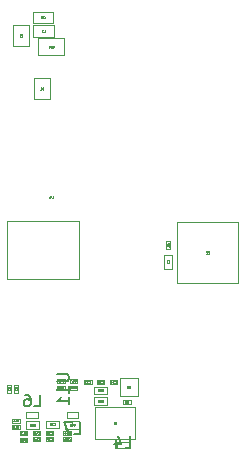
<source format=gbr>
G04 #@! TF.GenerationSoftware,KiCad,Pcbnew,(5.1.5)-3*
G04 #@! TF.CreationDate,2020-06-16T11:55:27-07:00*
G04 #@! TF.ProjectId,Miniscope-v4-Rigid-Flex,4d696e69-7363-46f7-9065-2d76342d5269,rev?*
G04 #@! TF.SameCoordinates,Original*
G04 #@! TF.FileFunction,Other,Fab,Bot*
%FSLAX46Y46*%
G04 Gerber Fmt 4.6, Leading zero omitted, Abs format (unit mm)*
G04 Created by KiCad (PCBNEW (5.1.5)-3) date 2020-06-16 11:55:27*
%MOMM*%
%LPD*%
G04 APERTURE LIST*
%ADD10C,0.120000*%
%ADD11C,0.100000*%
%ADD12C,0.025400*%
%ADD13C,0.150000*%
G04 APERTURE END LIST*
D10*
X101767800Y-128239200D02*
X101127800Y-128239200D01*
X101767800Y-128579200D02*
X101767800Y-128239200D01*
X101127800Y-128579200D02*
X101767800Y-128579200D01*
X101127800Y-128239200D02*
X101127800Y-128579200D01*
X102428200Y-128747200D02*
X101788200Y-128747200D01*
X102428200Y-129087200D02*
X102428200Y-128747200D01*
X101788200Y-129087200D02*
X102428200Y-129087200D01*
X101788200Y-128747200D02*
X101788200Y-129087200D01*
X101127800Y-128020400D02*
X101767800Y-128020400D01*
X101127800Y-127680400D02*
X101127800Y-128020400D01*
X101767800Y-127680400D02*
X101127800Y-127680400D01*
X101767800Y-128020400D02*
X101767800Y-127680400D01*
X111161800Y-126139000D02*
X110521800Y-126139000D01*
X111161800Y-126479000D02*
X111161800Y-126139000D01*
X110521800Y-126479000D02*
X111161800Y-126479000D01*
X110521800Y-126139000D02*
X110521800Y-126479000D01*
X107223800Y-124743800D02*
X107863800Y-124743800D01*
X107223800Y-124403800D02*
X107223800Y-124743800D01*
X107863800Y-124403800D02*
X107223800Y-124403800D01*
X107863800Y-124743800D02*
X107863800Y-124403800D01*
X108155200Y-129411600D02*
X111555200Y-129411600D01*
X108155200Y-126711600D02*
X108155200Y-129411600D01*
X111555200Y-126711600D02*
X108155200Y-126711600D01*
X111555200Y-129411600D02*
X111555200Y-126711600D01*
D11*
X106748400Y-127117800D02*
X105748400Y-127117800D01*
X106748400Y-127617800D02*
X106748400Y-127117800D01*
X105748400Y-127617800D02*
X106748400Y-127617800D01*
X105748400Y-127117800D02*
X105748400Y-127617800D01*
X102319400Y-127617800D02*
X103319400Y-127617800D01*
X102319400Y-127117800D02*
X102319400Y-127617800D01*
X103319400Y-127117800D02*
X102319400Y-127117800D01*
X103319400Y-127617800D02*
X103319400Y-127117800D01*
D10*
X110243600Y-125785600D02*
X111803600Y-125785600D01*
X110243600Y-124225600D02*
X110243600Y-125785600D01*
X111803600Y-124225600D02*
X110243600Y-124225600D01*
X111803600Y-125785600D02*
X111803600Y-124225600D01*
X106004600Y-125226400D02*
X106644600Y-125226400D01*
X106004600Y-124886400D02*
X106004600Y-125226400D01*
X106644600Y-124886400D02*
X106004600Y-124886400D01*
X106644600Y-125226400D02*
X106644600Y-124886400D01*
X106111200Y-129280600D02*
X105471200Y-129280600D01*
X106111200Y-129620600D02*
X106111200Y-129280600D01*
X105471200Y-129620600D02*
X106111200Y-129620600D01*
X105471200Y-129280600D02*
X105471200Y-129620600D01*
X105577800Y-124302200D02*
X104937800Y-124302200D01*
X105577800Y-124642200D02*
X105577800Y-124302200D01*
X104937800Y-124642200D02*
X105577800Y-124642200D01*
X104937800Y-124302200D02*
X104937800Y-124642200D01*
D11*
X111015600Y-129640400D02*
X110015600Y-129640400D01*
X111015600Y-130140400D02*
X111015600Y-129640400D01*
X110015600Y-130140400D02*
X111015600Y-130140400D01*
X110015600Y-129640400D02*
X110015600Y-130140400D01*
D10*
X105577800Y-124886400D02*
X104937800Y-124886400D01*
X105577800Y-125226400D02*
X105577800Y-124886400D01*
X104937800Y-125226400D02*
X105577800Y-125226400D01*
X104937800Y-124886400D02*
X104937800Y-125226400D01*
X106004600Y-124642200D02*
X106644600Y-124642200D01*
X106004600Y-124302200D02*
X106004600Y-124642200D01*
X106644600Y-124302200D02*
X106004600Y-124302200D01*
X106644600Y-124642200D02*
X106644600Y-124302200D01*
X101664600Y-124846000D02*
X101324600Y-124846000D01*
X101324600Y-124846000D02*
X101324600Y-125486000D01*
X101324600Y-125486000D02*
X101664600Y-125486000D01*
X101664600Y-125486000D02*
X101664600Y-124846000D01*
X101080400Y-124846000D02*
X100740400Y-124846000D01*
X100740400Y-124846000D02*
X100740400Y-125486000D01*
X100740400Y-125486000D02*
X101080400Y-125486000D01*
X101080400Y-125486000D02*
X101080400Y-124846000D01*
X114542400Y-113310000D02*
X114542400Y-112670000D01*
X114202400Y-113310000D02*
X114542400Y-113310000D01*
X114202400Y-112670000D02*
X114202400Y-113310000D01*
X114542400Y-112670000D02*
X114202400Y-112670000D01*
X114687400Y-114995200D02*
X114687400Y-113835200D01*
X114027400Y-114995200D02*
X114687400Y-114995200D01*
X114027400Y-113835200D02*
X114027400Y-114995200D01*
X114687400Y-113835200D02*
X114027400Y-113835200D01*
X100664400Y-110960800D02*
X100664400Y-115900800D01*
X100664400Y-115900800D02*
X106804400Y-115900800D01*
X106804400Y-115900800D02*
X106804400Y-110960800D01*
X106804400Y-110960800D02*
X100664400Y-110960800D01*
X115104800Y-116207800D02*
X120264800Y-116207800D01*
X120264800Y-116207800D02*
X120264800Y-111047800D01*
X120264800Y-111047800D02*
X115104800Y-111047800D01*
X115104800Y-111047800D02*
X115104800Y-116207800D01*
X102290200Y-128536000D02*
X103450200Y-128536000D01*
X102290200Y-127876000D02*
X102290200Y-128536000D01*
X103450200Y-127876000D02*
X102290200Y-127876000D01*
X103450200Y-128536000D02*
X103450200Y-127876000D01*
X104612600Y-128721800D02*
X103972600Y-128721800D01*
X104612600Y-129061800D02*
X104612600Y-128721800D01*
X103972600Y-129061800D02*
X104612600Y-129061800D01*
X103972600Y-128721800D02*
X103972600Y-129061800D01*
X104612600Y-129280600D02*
X103972600Y-129280600D01*
X104612600Y-129620600D02*
X104612600Y-129280600D01*
X103972600Y-129620600D02*
X104612600Y-129620600D01*
X103972600Y-129280600D02*
X103972600Y-129620600D01*
X102880400Y-129087200D02*
X103520400Y-129087200D01*
X102880400Y-128747200D02*
X102880400Y-129087200D01*
X103520400Y-128747200D02*
X102880400Y-128747200D01*
X103520400Y-129087200D02*
X103520400Y-128747200D01*
X102880400Y-129620600D02*
X103520400Y-129620600D01*
X102880400Y-129280600D02*
X102880400Y-129620600D01*
X103520400Y-129280600D02*
X102880400Y-129280600D01*
X103520400Y-129620600D02*
X103520400Y-129280600D01*
X108030600Y-126504000D02*
X109190600Y-126504000D01*
X108030600Y-125844000D02*
X108030600Y-126504000D01*
X109190600Y-125844000D02*
X108030600Y-125844000D01*
X109190600Y-126504000D02*
X109190600Y-125844000D01*
X108030600Y-125640400D02*
X109190600Y-125640400D01*
X108030600Y-124980400D02*
X108030600Y-125640400D01*
X109190600Y-124980400D02*
X108030600Y-124980400D01*
X109190600Y-125640400D02*
X109190600Y-124980400D01*
X106803000Y-127876000D02*
X105643000Y-127876000D01*
X106803000Y-128536000D02*
X106803000Y-127876000D01*
X105643000Y-128536000D02*
X106803000Y-128536000D01*
X105643000Y-127876000D02*
X105643000Y-128536000D01*
X108316000Y-124743800D02*
X108956000Y-124743800D01*
X108316000Y-124403800D02*
X108316000Y-124743800D01*
X108956000Y-124403800D02*
X108316000Y-124403800D01*
X108956000Y-124743800D02*
X108956000Y-124403800D01*
X105126600Y-127850600D02*
X103966600Y-127850600D01*
X105126600Y-128510600D02*
X105126600Y-127850600D01*
X103966600Y-128510600D02*
X105126600Y-128510600D01*
X103966600Y-127850600D02*
X103966600Y-128510600D01*
X106111200Y-128747200D02*
X105471200Y-128747200D01*
X106111200Y-129087200D02*
X106111200Y-128747200D01*
X105471200Y-129087200D02*
X106111200Y-129087200D01*
X105471200Y-128747200D02*
X105471200Y-129087200D01*
X109382800Y-124743800D02*
X110022800Y-124743800D01*
X109382800Y-124403800D02*
X109382800Y-124743800D01*
X110022800Y-124403800D02*
X109382800Y-124403800D01*
X110022800Y-124743800D02*
X110022800Y-124403800D01*
X101788200Y-129646000D02*
X102428200Y-129646000D01*
X101788200Y-129306000D02*
X101788200Y-129646000D01*
X102428200Y-129306000D02*
X101788200Y-129306000D01*
X102428200Y-129646000D02*
X102428200Y-129306000D01*
X105528200Y-95500600D02*
X103368200Y-95500600D01*
X105528200Y-96900600D02*
X105528200Y-95500600D01*
X103368200Y-96900600D02*
X105528200Y-96900600D01*
X103368200Y-95500600D02*
X103368200Y-96900600D01*
X102880600Y-95354400D02*
X104680600Y-95354400D01*
X102880600Y-94354400D02*
X102880600Y-95354400D01*
X104680600Y-94354400D02*
X102880600Y-94354400D01*
X104680600Y-95354400D02*
X104680600Y-94354400D01*
X104635200Y-93231400D02*
X102875200Y-93231400D01*
X104635200Y-94191400D02*
X104635200Y-93231400D01*
X102875200Y-94191400D02*
X104635200Y-94191400D01*
X102875200Y-93231400D02*
X102875200Y-94191400D01*
X102581000Y-96160800D02*
X102581000Y-94360800D01*
X101221000Y-96160800D02*
X102581000Y-96160800D01*
X101221000Y-94360800D02*
X101221000Y-96160800D01*
X102581000Y-94360800D02*
X101221000Y-94360800D01*
X104340000Y-98860000D02*
X102960000Y-98860000D01*
X104340000Y-100640000D02*
X104340000Y-98860000D01*
X102960000Y-100640000D02*
X104340000Y-100640000D01*
X102960000Y-98860000D02*
X102960000Y-100640000D01*
D12*
X101562100Y-128489633D02*
X101621366Y-128404966D01*
X101663700Y-128489633D02*
X101663700Y-128311833D01*
X101595966Y-128311833D01*
X101579033Y-128320300D01*
X101570566Y-128328766D01*
X101562100Y-128345700D01*
X101562100Y-128371100D01*
X101570566Y-128388033D01*
X101579033Y-128396500D01*
X101595966Y-128404966D01*
X101663700Y-128404966D01*
X101392766Y-128489633D02*
X101494366Y-128489633D01*
X101443566Y-128489633D02*
X101443566Y-128311833D01*
X101460500Y-128337233D01*
X101477433Y-128354166D01*
X101494366Y-128362633D01*
X101282700Y-128311833D02*
X101265766Y-128311833D01*
X101248833Y-128320300D01*
X101240366Y-128328766D01*
X101231900Y-128345700D01*
X101223433Y-128379566D01*
X101223433Y-128421900D01*
X101231900Y-128455766D01*
X101240366Y-128472700D01*
X101248833Y-128481166D01*
X101265766Y-128489633D01*
X101282700Y-128489633D01*
X101299633Y-128481166D01*
X101308100Y-128472700D01*
X101316566Y-128455766D01*
X101325033Y-128421900D01*
X101325033Y-128379566D01*
X101316566Y-128345700D01*
X101308100Y-128328766D01*
X101299633Y-128320300D01*
X101282700Y-128311833D01*
X102222500Y-128997633D02*
X102281766Y-128912966D01*
X102324100Y-128997633D02*
X102324100Y-128819833D01*
X102256366Y-128819833D01*
X102239433Y-128828300D01*
X102230966Y-128836766D01*
X102222500Y-128853700D01*
X102222500Y-128879100D01*
X102230966Y-128896033D01*
X102239433Y-128904500D01*
X102256366Y-128912966D01*
X102324100Y-128912966D01*
X102053166Y-128997633D02*
X102154766Y-128997633D01*
X102103966Y-128997633D02*
X102103966Y-128819833D01*
X102120900Y-128845233D01*
X102137833Y-128862166D01*
X102154766Y-128870633D01*
X101985433Y-128836766D02*
X101976966Y-128828300D01*
X101960033Y-128819833D01*
X101917700Y-128819833D01*
X101900766Y-128828300D01*
X101892300Y-128836766D01*
X101883833Y-128853700D01*
X101883833Y-128870633D01*
X101892300Y-128896033D01*
X101993900Y-128997633D01*
X101883833Y-128997633D01*
X101562100Y-127930833D02*
X101621366Y-127846166D01*
X101663700Y-127930833D02*
X101663700Y-127753033D01*
X101595966Y-127753033D01*
X101579033Y-127761500D01*
X101570566Y-127769966D01*
X101562100Y-127786900D01*
X101562100Y-127812300D01*
X101570566Y-127829233D01*
X101579033Y-127837700D01*
X101595966Y-127846166D01*
X101663700Y-127846166D01*
X101392766Y-127930833D02*
X101494366Y-127930833D01*
X101443566Y-127930833D02*
X101443566Y-127753033D01*
X101460500Y-127778433D01*
X101477433Y-127795366D01*
X101494366Y-127803833D01*
X101223433Y-127930833D02*
X101325033Y-127930833D01*
X101274233Y-127930833D02*
X101274233Y-127753033D01*
X101291166Y-127778433D01*
X101308100Y-127795366D01*
X101325033Y-127803833D01*
X110871433Y-126389433D02*
X110930700Y-126304766D01*
X110973033Y-126389433D02*
X110973033Y-126211633D01*
X110905300Y-126211633D01*
X110888366Y-126220100D01*
X110879900Y-126228566D01*
X110871433Y-126245500D01*
X110871433Y-126270900D01*
X110879900Y-126287833D01*
X110888366Y-126296300D01*
X110905300Y-126304766D01*
X110973033Y-126304766D01*
X110769833Y-126287833D02*
X110786766Y-126279366D01*
X110795233Y-126270900D01*
X110803700Y-126253966D01*
X110803700Y-126245500D01*
X110795233Y-126228566D01*
X110786766Y-126220100D01*
X110769833Y-126211633D01*
X110735966Y-126211633D01*
X110719033Y-126220100D01*
X110710566Y-126228566D01*
X110702100Y-126245500D01*
X110702100Y-126253966D01*
X110710566Y-126270900D01*
X110719033Y-126279366D01*
X110735966Y-126287833D01*
X110769833Y-126287833D01*
X110786766Y-126296300D01*
X110795233Y-126304766D01*
X110803700Y-126321700D01*
X110803700Y-126355566D01*
X110795233Y-126372500D01*
X110786766Y-126380966D01*
X110769833Y-126389433D01*
X110735966Y-126389433D01*
X110719033Y-126380966D01*
X110710566Y-126372500D01*
X110702100Y-126355566D01*
X110702100Y-126321700D01*
X110710566Y-126304766D01*
X110719033Y-126296300D01*
X110735966Y-126287833D01*
X107658100Y-124637300D02*
X107666566Y-124645766D01*
X107691966Y-124654233D01*
X107708900Y-124654233D01*
X107734300Y-124645766D01*
X107751233Y-124628833D01*
X107759700Y-124611900D01*
X107768166Y-124578033D01*
X107768166Y-124552633D01*
X107759700Y-124518766D01*
X107751233Y-124501833D01*
X107734300Y-124484900D01*
X107708900Y-124476433D01*
X107691966Y-124476433D01*
X107666566Y-124484900D01*
X107658100Y-124493366D01*
X107598833Y-124476433D02*
X107488766Y-124476433D01*
X107548033Y-124544166D01*
X107522633Y-124544166D01*
X107505700Y-124552633D01*
X107497233Y-124561100D01*
X107488766Y-124578033D01*
X107488766Y-124620366D01*
X107497233Y-124637300D01*
X107505700Y-124645766D01*
X107522633Y-124654233D01*
X107573433Y-124654233D01*
X107590366Y-124645766D01*
X107598833Y-124637300D01*
X107429500Y-124476433D02*
X107319433Y-124476433D01*
X107378700Y-124544166D01*
X107353300Y-124544166D01*
X107336366Y-124552633D01*
X107327900Y-124561100D01*
X107319433Y-124578033D01*
X107319433Y-124620366D01*
X107327900Y-124637300D01*
X107336366Y-124645766D01*
X107353300Y-124654233D01*
X107404100Y-124654233D01*
X107421033Y-124645766D01*
X107429500Y-124637300D01*
X109884833Y-128142033D02*
X109969500Y-128142033D01*
X109969500Y-127964233D01*
X109740900Y-127964233D02*
X109825566Y-127964233D01*
X109834033Y-128048900D01*
X109825566Y-128040433D01*
X109808633Y-128031966D01*
X109766300Y-128031966D01*
X109749366Y-128040433D01*
X109740900Y-128048900D01*
X109732433Y-128065833D01*
X109732433Y-128108166D01*
X109740900Y-128125100D01*
X109749366Y-128133566D01*
X109766300Y-128142033D01*
X109808633Y-128142033D01*
X109825566Y-128133566D01*
X109834033Y-128125100D01*
D13*
X106415066Y-128990180D02*
X106891257Y-128990180D01*
X106891257Y-127990180D01*
X106176971Y-127990180D02*
X105510304Y-127990180D01*
X105938876Y-128990180D01*
X102986066Y-126650180D02*
X103462257Y-126650180D01*
X103462257Y-125650180D01*
X102224161Y-125650180D02*
X102414638Y-125650180D01*
X102509876Y-125697800D01*
X102557495Y-125745419D01*
X102652733Y-125888276D01*
X102700352Y-126078752D01*
X102700352Y-126459704D01*
X102652733Y-126554942D01*
X102605114Y-126602561D01*
X102509876Y-126650180D01*
X102319400Y-126650180D01*
X102224161Y-126602561D01*
X102176542Y-126554942D01*
X102128923Y-126459704D01*
X102128923Y-126221609D01*
X102176542Y-126126371D01*
X102224161Y-126078752D01*
X102319400Y-126031133D01*
X102509876Y-126031133D01*
X102605114Y-126078752D01*
X102652733Y-126126371D01*
X102700352Y-126221609D01*
D12*
X111159066Y-124908233D02*
X111159066Y-125052166D01*
X111150600Y-125069100D01*
X111142133Y-125077566D01*
X111125200Y-125086033D01*
X111091333Y-125086033D01*
X111074400Y-125077566D01*
X111065933Y-125069100D01*
X111057466Y-125052166D01*
X111057466Y-124908233D01*
X110947400Y-124984433D02*
X110964333Y-124975966D01*
X110972800Y-124967500D01*
X110981266Y-124950566D01*
X110981266Y-124942100D01*
X110972800Y-124925166D01*
X110964333Y-124916700D01*
X110947400Y-124908233D01*
X110913533Y-124908233D01*
X110896600Y-124916700D01*
X110888133Y-124925166D01*
X110879666Y-124942100D01*
X110879666Y-124950566D01*
X110888133Y-124967500D01*
X110896600Y-124975966D01*
X110913533Y-124984433D01*
X110947400Y-124984433D01*
X110964333Y-124992900D01*
X110972800Y-125001366D01*
X110981266Y-125018300D01*
X110981266Y-125052166D01*
X110972800Y-125069100D01*
X110964333Y-125077566D01*
X110947400Y-125086033D01*
X110913533Y-125086033D01*
X110896600Y-125077566D01*
X110888133Y-125069100D01*
X110879666Y-125052166D01*
X110879666Y-125018300D01*
X110888133Y-125001366D01*
X110896600Y-124992900D01*
X110913533Y-124984433D01*
X106438900Y-125119900D02*
X106447366Y-125128366D01*
X106472766Y-125136833D01*
X106489700Y-125136833D01*
X106515100Y-125128366D01*
X106532033Y-125111433D01*
X106540500Y-125094500D01*
X106548966Y-125060633D01*
X106548966Y-125035233D01*
X106540500Y-125001366D01*
X106532033Y-124984433D01*
X106515100Y-124967500D01*
X106489700Y-124959033D01*
X106472766Y-124959033D01*
X106447366Y-124967500D01*
X106438900Y-124975966D01*
X106286500Y-125018300D02*
X106286500Y-125136833D01*
X106328833Y-124950566D02*
X106371166Y-125077566D01*
X106261100Y-125077566D01*
X106117166Y-124959033D02*
X106151033Y-124959033D01*
X106167966Y-124967500D01*
X106176433Y-124975966D01*
X106193366Y-125001366D01*
X106201833Y-125035233D01*
X106201833Y-125102966D01*
X106193366Y-125119900D01*
X106184900Y-125128366D01*
X106167966Y-125136833D01*
X106134100Y-125136833D01*
X106117166Y-125128366D01*
X106108700Y-125119900D01*
X106100233Y-125102966D01*
X106100233Y-125060633D01*
X106108700Y-125043700D01*
X106117166Y-125035233D01*
X106134100Y-125026766D01*
X106167966Y-125026766D01*
X106184900Y-125035233D01*
X106193366Y-125043700D01*
X106201833Y-125060633D01*
X105905500Y-129514100D02*
X105913966Y-129522566D01*
X105939366Y-129531033D01*
X105956300Y-129531033D01*
X105981700Y-129522566D01*
X105998633Y-129505633D01*
X106007100Y-129488700D01*
X106015566Y-129454833D01*
X106015566Y-129429433D01*
X106007100Y-129395566D01*
X105998633Y-129378633D01*
X105981700Y-129361700D01*
X105956300Y-129353233D01*
X105939366Y-129353233D01*
X105913966Y-129361700D01*
X105905500Y-129370166D01*
X105753100Y-129412500D02*
X105753100Y-129531033D01*
X105795433Y-129344766D02*
X105837766Y-129471766D01*
X105727700Y-129471766D01*
X105575300Y-129353233D02*
X105659966Y-129353233D01*
X105668433Y-129437900D01*
X105659966Y-129429433D01*
X105643033Y-129420966D01*
X105600700Y-129420966D01*
X105583766Y-129429433D01*
X105575300Y-129437900D01*
X105566833Y-129454833D01*
X105566833Y-129497166D01*
X105575300Y-129514100D01*
X105583766Y-129522566D01*
X105600700Y-129531033D01*
X105643033Y-129531033D01*
X105659966Y-129522566D01*
X105668433Y-129514100D01*
X105372100Y-124535700D02*
X105380566Y-124544166D01*
X105405966Y-124552633D01*
X105422900Y-124552633D01*
X105448300Y-124544166D01*
X105465233Y-124527233D01*
X105473700Y-124510300D01*
X105482166Y-124476433D01*
X105482166Y-124451033D01*
X105473700Y-124417166D01*
X105465233Y-124400233D01*
X105448300Y-124383300D01*
X105422900Y-124374833D01*
X105405966Y-124374833D01*
X105380566Y-124383300D01*
X105372100Y-124391766D01*
X105219700Y-124434100D02*
X105219700Y-124552633D01*
X105262033Y-124366366D02*
X105304366Y-124493366D01*
X105194300Y-124493366D01*
X105101166Y-124451033D02*
X105118100Y-124442566D01*
X105126566Y-124434100D01*
X105135033Y-124417166D01*
X105135033Y-124408700D01*
X105126566Y-124391766D01*
X105118100Y-124383300D01*
X105101166Y-124374833D01*
X105067300Y-124374833D01*
X105050366Y-124383300D01*
X105041900Y-124391766D01*
X105033433Y-124408700D01*
X105033433Y-124417166D01*
X105041900Y-124434100D01*
X105050366Y-124442566D01*
X105067300Y-124451033D01*
X105101166Y-124451033D01*
X105118100Y-124459500D01*
X105126566Y-124467966D01*
X105135033Y-124484900D01*
X105135033Y-124518766D01*
X105126566Y-124535700D01*
X105118100Y-124544166D01*
X105101166Y-124552633D01*
X105067300Y-124552633D01*
X105050366Y-124544166D01*
X105041900Y-124535700D01*
X105033433Y-124518766D01*
X105033433Y-124484900D01*
X105041900Y-124467966D01*
X105050366Y-124459500D01*
X105067300Y-124451033D01*
D13*
X110652866Y-130190380D02*
X111129057Y-130190380D01*
X111129057Y-129190380D01*
X109890961Y-129523714D02*
X109890961Y-130190380D01*
X110129057Y-129142761D02*
X110367152Y-129857047D01*
X109748104Y-129857047D01*
D12*
X105372100Y-125119900D02*
X105380566Y-125128366D01*
X105405966Y-125136833D01*
X105422900Y-125136833D01*
X105448300Y-125128366D01*
X105465233Y-125111433D01*
X105473700Y-125094500D01*
X105482166Y-125060633D01*
X105482166Y-125035233D01*
X105473700Y-125001366D01*
X105465233Y-124984433D01*
X105448300Y-124967500D01*
X105422900Y-124959033D01*
X105405966Y-124959033D01*
X105380566Y-124967500D01*
X105372100Y-124975966D01*
X105219700Y-125018300D02*
X105219700Y-125136833D01*
X105262033Y-124950566D02*
X105304366Y-125077566D01*
X105194300Y-125077566D01*
X105118100Y-125136833D02*
X105084233Y-125136833D01*
X105067300Y-125128366D01*
X105058833Y-125119900D01*
X105041900Y-125094500D01*
X105033433Y-125060633D01*
X105033433Y-124992900D01*
X105041900Y-124975966D01*
X105050366Y-124967500D01*
X105067300Y-124959033D01*
X105101166Y-124959033D01*
X105118100Y-124967500D01*
X105126566Y-124975966D01*
X105135033Y-124992900D01*
X105135033Y-125035233D01*
X105126566Y-125052166D01*
X105118100Y-125060633D01*
X105101166Y-125069100D01*
X105067300Y-125069100D01*
X105050366Y-125060633D01*
X105041900Y-125052166D01*
X105033433Y-125035233D01*
X106438900Y-124535700D02*
X106447366Y-124544166D01*
X106472766Y-124552633D01*
X106489700Y-124552633D01*
X106515100Y-124544166D01*
X106532033Y-124527233D01*
X106540500Y-124510300D01*
X106548966Y-124476433D01*
X106548966Y-124451033D01*
X106540500Y-124417166D01*
X106532033Y-124400233D01*
X106515100Y-124383300D01*
X106489700Y-124374833D01*
X106472766Y-124374833D01*
X106447366Y-124383300D01*
X106438900Y-124391766D01*
X106286500Y-124434100D02*
X106286500Y-124552633D01*
X106328833Y-124366366D02*
X106371166Y-124493366D01*
X106261100Y-124493366D01*
X106210300Y-124374833D02*
X106091766Y-124374833D01*
X106167966Y-124552633D01*
X101575033Y-125136366D02*
X101490366Y-125077100D01*
X101575033Y-125034766D02*
X101397233Y-125034766D01*
X101397233Y-125102500D01*
X101405700Y-125119433D01*
X101414166Y-125127900D01*
X101431100Y-125136366D01*
X101456500Y-125136366D01*
X101473433Y-125127900D01*
X101481900Y-125119433D01*
X101490366Y-125102500D01*
X101490366Y-125034766D01*
X101397233Y-125195633D02*
X101397233Y-125305700D01*
X101464966Y-125246433D01*
X101464966Y-125271833D01*
X101473433Y-125288766D01*
X101481900Y-125297233D01*
X101498833Y-125305700D01*
X101541166Y-125305700D01*
X101558100Y-125297233D01*
X101566566Y-125288766D01*
X101575033Y-125271833D01*
X101575033Y-125221033D01*
X101566566Y-125204100D01*
X101558100Y-125195633D01*
D13*
X104953180Y-123942904D02*
X105762704Y-123942904D01*
X105857942Y-123990523D01*
X105905561Y-124038142D01*
X105953180Y-124133380D01*
X105953180Y-124323857D01*
X105905561Y-124419095D01*
X105857942Y-124466714D01*
X105762704Y-124514333D01*
X104953180Y-124514333D01*
X105953180Y-125514333D02*
X105953180Y-124942904D01*
X105953180Y-125228619D02*
X104953180Y-125228619D01*
X105096038Y-125133380D01*
X105191276Y-125038142D01*
X105238895Y-124942904D01*
X105953180Y-126466714D02*
X105953180Y-125895285D01*
X105953180Y-126181000D02*
X104953180Y-126181000D01*
X105096038Y-126085761D01*
X105191276Y-125990523D01*
X105238895Y-125895285D01*
D12*
X100990833Y-125136366D02*
X100906166Y-125077100D01*
X100990833Y-125034766D02*
X100813033Y-125034766D01*
X100813033Y-125102500D01*
X100821500Y-125119433D01*
X100829966Y-125127900D01*
X100846900Y-125136366D01*
X100872300Y-125136366D01*
X100889233Y-125127900D01*
X100897700Y-125119433D01*
X100906166Y-125102500D01*
X100906166Y-125034766D01*
X100829966Y-125204100D02*
X100821500Y-125212566D01*
X100813033Y-125229500D01*
X100813033Y-125271833D01*
X100821500Y-125288766D01*
X100829966Y-125297233D01*
X100846900Y-125305700D01*
X100863833Y-125305700D01*
X100889233Y-125297233D01*
X100990833Y-125195633D01*
X100990833Y-125305700D01*
X114435900Y-112960366D02*
X114444366Y-112951900D01*
X114452833Y-112926500D01*
X114452833Y-112909566D01*
X114444366Y-112884166D01*
X114427433Y-112867233D01*
X114410500Y-112858766D01*
X114376633Y-112850300D01*
X114351233Y-112850300D01*
X114317366Y-112858766D01*
X114300433Y-112867233D01*
X114283500Y-112884166D01*
X114275033Y-112909566D01*
X114275033Y-112926500D01*
X114283500Y-112951900D01*
X114291966Y-112960366D01*
X114452833Y-113129700D02*
X114452833Y-113028100D01*
X114452833Y-113078900D02*
X114275033Y-113078900D01*
X114300433Y-113061966D01*
X114317366Y-113045033D01*
X114325833Y-113028100D01*
X114420900Y-114385566D02*
X114429366Y-114377100D01*
X114437833Y-114351700D01*
X114437833Y-114334766D01*
X114429366Y-114309366D01*
X114412433Y-114292433D01*
X114395500Y-114283966D01*
X114361633Y-114275500D01*
X114336233Y-114275500D01*
X114302366Y-114283966D01*
X114285433Y-114292433D01*
X114268500Y-114309366D01*
X114260033Y-114334766D01*
X114260033Y-114351700D01*
X114268500Y-114377100D01*
X114276966Y-114385566D01*
X114276966Y-114453300D02*
X114268500Y-114461766D01*
X114260033Y-114478700D01*
X114260033Y-114521033D01*
X114268500Y-114537966D01*
X114276966Y-114546433D01*
X114293900Y-114554900D01*
X114310833Y-114554900D01*
X114336233Y-114546433D01*
X114437833Y-114444833D01*
X114437833Y-114554900D01*
X104569866Y-108808433D02*
X104569866Y-108952366D01*
X104561400Y-108969300D01*
X104552933Y-108977766D01*
X104536000Y-108986233D01*
X104502133Y-108986233D01*
X104485200Y-108977766D01*
X104476733Y-108969300D01*
X104468266Y-108952366D01*
X104468266Y-108808433D01*
X104307400Y-108808433D02*
X104341266Y-108808433D01*
X104358200Y-108816900D01*
X104366666Y-108825366D01*
X104383600Y-108850766D01*
X104392066Y-108884633D01*
X104392066Y-108952366D01*
X104383600Y-108969300D01*
X104375133Y-108977766D01*
X104358200Y-108986233D01*
X104324333Y-108986233D01*
X104307400Y-108977766D01*
X104298933Y-108969300D01*
X104290466Y-108952366D01*
X104290466Y-108910033D01*
X104298933Y-108893100D01*
X104307400Y-108884633D01*
X104324333Y-108876166D01*
X104358200Y-108876166D01*
X104375133Y-108884633D01*
X104383600Y-108893100D01*
X104392066Y-108910033D01*
X117587433Y-113492333D02*
X117731366Y-113492333D01*
X117748300Y-113500800D01*
X117756766Y-113509266D01*
X117765233Y-113526200D01*
X117765233Y-113560066D01*
X117756766Y-113577000D01*
X117748300Y-113585466D01*
X117731366Y-113593933D01*
X117587433Y-113593933D01*
X117765233Y-113771733D02*
X117765233Y-113670133D01*
X117765233Y-113720933D02*
X117587433Y-113720933D01*
X117612833Y-113704000D01*
X117629766Y-113687066D01*
X117638233Y-113670133D01*
X102984500Y-128269500D02*
X102992966Y-128277966D01*
X103018366Y-128286433D01*
X103035300Y-128286433D01*
X103060700Y-128277966D01*
X103077633Y-128261033D01*
X103086100Y-128244100D01*
X103094566Y-128210233D01*
X103094566Y-128184833D01*
X103086100Y-128150966D01*
X103077633Y-128134033D01*
X103060700Y-128117100D01*
X103035300Y-128108633D01*
X103018366Y-128108633D01*
X102992966Y-128117100D01*
X102984500Y-128125566D01*
X102925233Y-128108633D02*
X102815166Y-128108633D01*
X102874433Y-128176366D01*
X102849033Y-128176366D01*
X102832100Y-128184833D01*
X102823633Y-128193300D01*
X102815166Y-128210233D01*
X102815166Y-128252566D01*
X102823633Y-128269500D01*
X102832100Y-128277966D01*
X102849033Y-128286433D01*
X102899833Y-128286433D01*
X102916766Y-128277966D01*
X102925233Y-128269500D01*
X102730500Y-128286433D02*
X102696633Y-128286433D01*
X102679700Y-128277966D01*
X102671233Y-128269500D01*
X102654300Y-128244100D01*
X102645833Y-128210233D01*
X102645833Y-128142500D01*
X102654300Y-128125566D01*
X102662766Y-128117100D01*
X102679700Y-128108633D01*
X102713566Y-128108633D01*
X102730500Y-128117100D01*
X102738966Y-128125566D01*
X102747433Y-128142500D01*
X102747433Y-128184833D01*
X102738966Y-128201766D01*
X102730500Y-128210233D01*
X102713566Y-128218700D01*
X102679700Y-128218700D01*
X102662766Y-128210233D01*
X102654300Y-128201766D01*
X102645833Y-128184833D01*
X104406900Y-128955300D02*
X104415366Y-128963766D01*
X104440766Y-128972233D01*
X104457700Y-128972233D01*
X104483100Y-128963766D01*
X104500033Y-128946833D01*
X104508500Y-128929900D01*
X104516966Y-128896033D01*
X104516966Y-128870633D01*
X104508500Y-128836766D01*
X104500033Y-128819833D01*
X104483100Y-128802900D01*
X104457700Y-128794433D01*
X104440766Y-128794433D01*
X104415366Y-128802900D01*
X104406900Y-128811366D01*
X104347633Y-128794433D02*
X104237566Y-128794433D01*
X104296833Y-128862166D01*
X104271433Y-128862166D01*
X104254500Y-128870633D01*
X104246033Y-128879100D01*
X104237566Y-128896033D01*
X104237566Y-128938366D01*
X104246033Y-128955300D01*
X104254500Y-128963766D01*
X104271433Y-128972233D01*
X104322233Y-128972233D01*
X104339166Y-128963766D01*
X104347633Y-128955300D01*
X104135966Y-128870633D02*
X104152900Y-128862166D01*
X104161366Y-128853700D01*
X104169833Y-128836766D01*
X104169833Y-128828300D01*
X104161366Y-128811366D01*
X104152900Y-128802900D01*
X104135966Y-128794433D01*
X104102100Y-128794433D01*
X104085166Y-128802900D01*
X104076700Y-128811366D01*
X104068233Y-128828300D01*
X104068233Y-128836766D01*
X104076700Y-128853700D01*
X104085166Y-128862166D01*
X104102100Y-128870633D01*
X104135966Y-128870633D01*
X104152900Y-128879100D01*
X104161366Y-128887566D01*
X104169833Y-128904500D01*
X104169833Y-128938366D01*
X104161366Y-128955300D01*
X104152900Y-128963766D01*
X104135966Y-128972233D01*
X104102100Y-128972233D01*
X104085166Y-128963766D01*
X104076700Y-128955300D01*
X104068233Y-128938366D01*
X104068233Y-128904500D01*
X104076700Y-128887566D01*
X104085166Y-128879100D01*
X104102100Y-128870633D01*
X104406900Y-129514100D02*
X104415366Y-129522566D01*
X104440766Y-129531033D01*
X104457700Y-129531033D01*
X104483100Y-129522566D01*
X104500033Y-129505633D01*
X104508500Y-129488700D01*
X104516966Y-129454833D01*
X104516966Y-129429433D01*
X104508500Y-129395566D01*
X104500033Y-129378633D01*
X104483100Y-129361700D01*
X104457700Y-129353233D01*
X104440766Y-129353233D01*
X104415366Y-129361700D01*
X104406900Y-129370166D01*
X104347633Y-129353233D02*
X104237566Y-129353233D01*
X104296833Y-129420966D01*
X104271433Y-129420966D01*
X104254500Y-129429433D01*
X104246033Y-129437900D01*
X104237566Y-129454833D01*
X104237566Y-129497166D01*
X104246033Y-129514100D01*
X104254500Y-129522566D01*
X104271433Y-129531033D01*
X104322233Y-129531033D01*
X104339166Y-129522566D01*
X104347633Y-129514100D01*
X104178300Y-129353233D02*
X104059766Y-129353233D01*
X104135966Y-129531033D01*
X103314700Y-128980700D02*
X103323166Y-128989166D01*
X103348566Y-128997633D01*
X103365500Y-128997633D01*
X103390900Y-128989166D01*
X103407833Y-128972233D01*
X103416300Y-128955300D01*
X103424766Y-128921433D01*
X103424766Y-128896033D01*
X103416300Y-128862166D01*
X103407833Y-128845233D01*
X103390900Y-128828300D01*
X103365500Y-128819833D01*
X103348566Y-128819833D01*
X103323166Y-128828300D01*
X103314700Y-128836766D01*
X103162300Y-128879100D02*
X103162300Y-128997633D01*
X103204633Y-128811366D02*
X103246966Y-128938366D01*
X103136900Y-128938366D01*
X103035300Y-128819833D02*
X103018366Y-128819833D01*
X103001433Y-128828300D01*
X102992966Y-128836766D01*
X102984500Y-128853700D01*
X102976033Y-128887566D01*
X102976033Y-128929900D01*
X102984500Y-128963766D01*
X102992966Y-128980700D01*
X103001433Y-128989166D01*
X103018366Y-128997633D01*
X103035300Y-128997633D01*
X103052233Y-128989166D01*
X103060700Y-128980700D01*
X103069166Y-128963766D01*
X103077633Y-128929900D01*
X103077633Y-128887566D01*
X103069166Y-128853700D01*
X103060700Y-128836766D01*
X103052233Y-128828300D01*
X103035300Y-128819833D01*
X103314700Y-129514100D02*
X103323166Y-129522566D01*
X103348566Y-129531033D01*
X103365500Y-129531033D01*
X103390900Y-129522566D01*
X103407833Y-129505633D01*
X103416300Y-129488700D01*
X103424766Y-129454833D01*
X103424766Y-129429433D01*
X103416300Y-129395566D01*
X103407833Y-129378633D01*
X103390900Y-129361700D01*
X103365500Y-129353233D01*
X103348566Y-129353233D01*
X103323166Y-129361700D01*
X103314700Y-129370166D01*
X103162300Y-129412500D02*
X103162300Y-129531033D01*
X103204633Y-129344766D02*
X103246966Y-129471766D01*
X103136900Y-129471766D01*
X102976033Y-129531033D02*
X103077633Y-129531033D01*
X103026833Y-129531033D02*
X103026833Y-129353233D01*
X103043766Y-129378633D01*
X103060700Y-129395566D01*
X103077633Y-129404033D01*
X108724900Y-126237500D02*
X108733366Y-126245966D01*
X108758766Y-126254433D01*
X108775700Y-126254433D01*
X108801100Y-126245966D01*
X108818033Y-126229033D01*
X108826500Y-126212100D01*
X108834966Y-126178233D01*
X108834966Y-126152833D01*
X108826500Y-126118966D01*
X108818033Y-126102033D01*
X108801100Y-126085100D01*
X108775700Y-126076633D01*
X108758766Y-126076633D01*
X108733366Y-126085100D01*
X108724900Y-126093566D01*
X108665633Y-126076633D02*
X108555566Y-126076633D01*
X108614833Y-126144366D01*
X108589433Y-126144366D01*
X108572500Y-126152833D01*
X108564033Y-126161300D01*
X108555566Y-126178233D01*
X108555566Y-126220566D01*
X108564033Y-126237500D01*
X108572500Y-126245966D01*
X108589433Y-126254433D01*
X108640233Y-126254433D01*
X108657166Y-126245966D01*
X108665633Y-126237500D01*
X108445500Y-126076633D02*
X108428566Y-126076633D01*
X108411633Y-126085100D01*
X108403166Y-126093566D01*
X108394700Y-126110500D01*
X108386233Y-126144366D01*
X108386233Y-126186700D01*
X108394700Y-126220566D01*
X108403166Y-126237500D01*
X108411633Y-126245966D01*
X108428566Y-126254433D01*
X108445500Y-126254433D01*
X108462433Y-126245966D01*
X108470900Y-126237500D01*
X108479366Y-126220566D01*
X108487833Y-126186700D01*
X108487833Y-126144366D01*
X108479366Y-126110500D01*
X108470900Y-126093566D01*
X108462433Y-126085100D01*
X108445500Y-126076633D01*
X108724900Y-125373900D02*
X108733366Y-125382366D01*
X108758766Y-125390833D01*
X108775700Y-125390833D01*
X108801100Y-125382366D01*
X108818033Y-125365433D01*
X108826500Y-125348500D01*
X108834966Y-125314633D01*
X108834966Y-125289233D01*
X108826500Y-125255366D01*
X108818033Y-125238433D01*
X108801100Y-125221500D01*
X108775700Y-125213033D01*
X108758766Y-125213033D01*
X108733366Y-125221500D01*
X108724900Y-125229966D01*
X108657166Y-125229966D02*
X108648700Y-125221500D01*
X108631766Y-125213033D01*
X108589433Y-125213033D01*
X108572500Y-125221500D01*
X108564033Y-125229966D01*
X108555566Y-125246900D01*
X108555566Y-125263833D01*
X108564033Y-125289233D01*
X108665633Y-125390833D01*
X108555566Y-125390833D01*
X108470900Y-125390833D02*
X108437033Y-125390833D01*
X108420100Y-125382366D01*
X108411633Y-125373900D01*
X108394700Y-125348500D01*
X108386233Y-125314633D01*
X108386233Y-125246900D01*
X108394700Y-125229966D01*
X108403166Y-125221500D01*
X108420100Y-125213033D01*
X108453966Y-125213033D01*
X108470900Y-125221500D01*
X108479366Y-125229966D01*
X108487833Y-125246900D01*
X108487833Y-125289233D01*
X108479366Y-125306166D01*
X108470900Y-125314633D01*
X108453966Y-125323100D01*
X108420100Y-125323100D01*
X108403166Y-125314633D01*
X108394700Y-125306166D01*
X108386233Y-125289233D01*
X106337300Y-128269500D02*
X106345766Y-128277966D01*
X106371166Y-128286433D01*
X106388100Y-128286433D01*
X106413500Y-128277966D01*
X106430433Y-128261033D01*
X106438900Y-128244100D01*
X106447366Y-128210233D01*
X106447366Y-128184833D01*
X106438900Y-128150966D01*
X106430433Y-128134033D01*
X106413500Y-128117100D01*
X106388100Y-128108633D01*
X106371166Y-128108633D01*
X106345766Y-128117100D01*
X106337300Y-128125566D01*
X106184900Y-128167900D02*
X106184900Y-128286433D01*
X106227233Y-128100166D02*
X106269566Y-128227166D01*
X106159500Y-128227166D01*
X106108700Y-128108633D02*
X105998633Y-128108633D01*
X106057900Y-128176366D01*
X106032500Y-128176366D01*
X106015566Y-128184833D01*
X106007100Y-128193300D01*
X105998633Y-128210233D01*
X105998633Y-128252566D01*
X106007100Y-128269500D01*
X106015566Y-128277966D01*
X106032500Y-128286433D01*
X106083300Y-128286433D01*
X106100233Y-128277966D01*
X106108700Y-128269500D01*
X108750300Y-124637300D02*
X108758766Y-124645766D01*
X108784166Y-124654233D01*
X108801100Y-124654233D01*
X108826500Y-124645766D01*
X108843433Y-124628833D01*
X108851900Y-124611900D01*
X108860366Y-124578033D01*
X108860366Y-124552633D01*
X108851900Y-124518766D01*
X108843433Y-124501833D01*
X108826500Y-124484900D01*
X108801100Y-124476433D01*
X108784166Y-124476433D01*
X108758766Y-124484900D01*
X108750300Y-124493366D01*
X108691033Y-124476433D02*
X108580966Y-124476433D01*
X108640233Y-124544166D01*
X108614833Y-124544166D01*
X108597900Y-124552633D01*
X108589433Y-124561100D01*
X108580966Y-124578033D01*
X108580966Y-124620366D01*
X108589433Y-124637300D01*
X108597900Y-124645766D01*
X108614833Y-124654233D01*
X108665633Y-124654233D01*
X108682566Y-124645766D01*
X108691033Y-124637300D01*
X108420100Y-124476433D02*
X108504766Y-124476433D01*
X108513233Y-124561100D01*
X108504766Y-124552633D01*
X108487833Y-124544166D01*
X108445500Y-124544166D01*
X108428566Y-124552633D01*
X108420100Y-124561100D01*
X108411633Y-124578033D01*
X108411633Y-124620366D01*
X108420100Y-124637300D01*
X108428566Y-124645766D01*
X108445500Y-124654233D01*
X108487833Y-124654233D01*
X108504766Y-124645766D01*
X108513233Y-124637300D01*
X104660900Y-128244100D02*
X104669366Y-128252566D01*
X104694766Y-128261033D01*
X104711700Y-128261033D01*
X104737100Y-128252566D01*
X104754033Y-128235633D01*
X104762500Y-128218700D01*
X104770966Y-128184833D01*
X104770966Y-128159433D01*
X104762500Y-128125566D01*
X104754033Y-128108633D01*
X104737100Y-128091700D01*
X104711700Y-128083233D01*
X104694766Y-128083233D01*
X104669366Y-128091700D01*
X104660900Y-128100166D01*
X104601633Y-128083233D02*
X104491566Y-128083233D01*
X104550833Y-128150966D01*
X104525433Y-128150966D01*
X104508500Y-128159433D01*
X104500033Y-128167900D01*
X104491566Y-128184833D01*
X104491566Y-128227166D01*
X104500033Y-128244100D01*
X104508500Y-128252566D01*
X104525433Y-128261033D01*
X104576233Y-128261033D01*
X104593166Y-128252566D01*
X104601633Y-128244100D01*
X104339166Y-128083233D02*
X104373033Y-128083233D01*
X104389966Y-128091700D01*
X104398433Y-128100166D01*
X104415366Y-128125566D01*
X104423833Y-128159433D01*
X104423833Y-128227166D01*
X104415366Y-128244100D01*
X104406900Y-128252566D01*
X104389966Y-128261033D01*
X104356100Y-128261033D01*
X104339166Y-128252566D01*
X104330700Y-128244100D01*
X104322233Y-128227166D01*
X104322233Y-128184833D01*
X104330700Y-128167900D01*
X104339166Y-128159433D01*
X104356100Y-128150966D01*
X104389966Y-128150966D01*
X104406900Y-128159433D01*
X104415366Y-128167900D01*
X104423833Y-128184833D01*
X105905500Y-128980700D02*
X105913966Y-128989166D01*
X105939366Y-128997633D01*
X105956300Y-128997633D01*
X105981700Y-128989166D01*
X105998633Y-128972233D01*
X106007100Y-128955300D01*
X106015566Y-128921433D01*
X106015566Y-128896033D01*
X106007100Y-128862166D01*
X105998633Y-128845233D01*
X105981700Y-128828300D01*
X105956300Y-128819833D01*
X105939366Y-128819833D01*
X105913966Y-128828300D01*
X105905500Y-128836766D01*
X105753100Y-128879100D02*
X105753100Y-128997633D01*
X105795433Y-128811366D02*
X105837766Y-128938366D01*
X105727700Y-128938366D01*
X105583766Y-128879100D02*
X105583766Y-128997633D01*
X105626100Y-128811366D02*
X105668433Y-128938366D01*
X105558366Y-128938366D01*
X109817100Y-124637300D02*
X109825566Y-124645766D01*
X109850966Y-124654233D01*
X109867900Y-124654233D01*
X109893300Y-124645766D01*
X109910233Y-124628833D01*
X109918700Y-124611900D01*
X109927166Y-124578033D01*
X109927166Y-124552633D01*
X109918700Y-124518766D01*
X109910233Y-124501833D01*
X109893300Y-124484900D01*
X109867900Y-124476433D01*
X109850966Y-124476433D01*
X109825566Y-124484900D01*
X109817100Y-124493366D01*
X109757833Y-124476433D02*
X109647766Y-124476433D01*
X109707033Y-124544166D01*
X109681633Y-124544166D01*
X109664700Y-124552633D01*
X109656233Y-124561100D01*
X109647766Y-124578033D01*
X109647766Y-124620366D01*
X109656233Y-124637300D01*
X109664700Y-124645766D01*
X109681633Y-124654233D01*
X109732433Y-124654233D01*
X109749366Y-124645766D01*
X109757833Y-124637300D01*
X109495366Y-124535700D02*
X109495366Y-124654233D01*
X109537700Y-124467966D02*
X109580033Y-124594966D01*
X109469966Y-124594966D01*
X102222500Y-129539500D02*
X102230966Y-129547966D01*
X102256366Y-129556433D01*
X102273300Y-129556433D01*
X102298700Y-129547966D01*
X102315633Y-129531033D01*
X102324100Y-129514100D01*
X102332566Y-129480233D01*
X102332566Y-129454833D01*
X102324100Y-129420966D01*
X102315633Y-129404033D01*
X102298700Y-129387100D01*
X102273300Y-129378633D01*
X102256366Y-129378633D01*
X102230966Y-129387100D01*
X102222500Y-129395566D01*
X102070100Y-129437900D02*
X102070100Y-129556433D01*
X102112433Y-129370166D02*
X102154766Y-129497166D01*
X102044700Y-129497166D01*
X101985433Y-129395566D02*
X101976966Y-129387100D01*
X101960033Y-129378633D01*
X101917700Y-129378633D01*
X101900766Y-129387100D01*
X101892300Y-129395566D01*
X101883833Y-129412500D01*
X101883833Y-129429433D01*
X101892300Y-129454833D01*
X101993900Y-129556433D01*
X101883833Y-129556433D01*
X104562500Y-96264100D02*
X104570966Y-96272566D01*
X104596366Y-96281033D01*
X104613300Y-96281033D01*
X104638700Y-96272566D01*
X104655633Y-96255633D01*
X104664100Y-96238700D01*
X104672566Y-96204833D01*
X104672566Y-96179433D01*
X104664100Y-96145566D01*
X104655633Y-96128633D01*
X104638700Y-96111700D01*
X104613300Y-96103233D01*
X104596366Y-96103233D01*
X104570966Y-96111700D01*
X104562500Y-96120166D01*
X104401633Y-96103233D02*
X104486300Y-96103233D01*
X104494766Y-96187900D01*
X104486300Y-96179433D01*
X104469366Y-96170966D01*
X104427033Y-96170966D01*
X104410100Y-96179433D01*
X104401633Y-96187900D01*
X104393166Y-96204833D01*
X104393166Y-96247166D01*
X104401633Y-96264100D01*
X104410100Y-96272566D01*
X104427033Y-96281033D01*
X104469366Y-96281033D01*
X104486300Y-96272566D01*
X104494766Y-96264100D01*
X104283100Y-96103233D02*
X104266166Y-96103233D01*
X104249233Y-96111700D01*
X104240766Y-96120166D01*
X104232300Y-96137100D01*
X104223833Y-96170966D01*
X104223833Y-96213300D01*
X104232300Y-96247166D01*
X104240766Y-96264100D01*
X104249233Y-96272566D01*
X104266166Y-96281033D01*
X104283100Y-96281033D01*
X104300033Y-96272566D01*
X104308500Y-96264100D01*
X104316966Y-96247166D01*
X104325433Y-96213300D01*
X104325433Y-96170966D01*
X104316966Y-96137100D01*
X104308500Y-96120166D01*
X104300033Y-96111700D01*
X104283100Y-96103233D01*
X103810233Y-94934833D02*
X103894900Y-94934833D01*
X103894900Y-94757033D01*
X103657833Y-94934833D02*
X103759433Y-94934833D01*
X103708633Y-94934833D02*
X103708633Y-94757033D01*
X103725566Y-94782433D01*
X103742500Y-94799366D01*
X103759433Y-94807833D01*
X103784833Y-93774900D02*
X103793300Y-93783366D01*
X103818700Y-93791833D01*
X103835633Y-93791833D01*
X103861033Y-93783366D01*
X103877966Y-93766433D01*
X103886433Y-93749500D01*
X103894900Y-93715633D01*
X103894900Y-93690233D01*
X103886433Y-93656366D01*
X103877966Y-93639433D01*
X103861033Y-93622500D01*
X103835633Y-93614033D01*
X103818700Y-93614033D01*
X103793300Y-93622500D01*
X103784833Y-93630966D01*
X103700166Y-93791833D02*
X103666300Y-93791833D01*
X103649366Y-93783366D01*
X103640900Y-93774900D01*
X103623966Y-93749500D01*
X103615500Y-93715633D01*
X103615500Y-93647900D01*
X103623966Y-93630966D01*
X103632433Y-93622500D01*
X103649366Y-93614033D01*
X103683233Y-93614033D01*
X103700166Y-93622500D01*
X103708633Y-93630966D01*
X103717100Y-93647900D01*
X103717100Y-93690233D01*
X103708633Y-93707166D01*
X103700166Y-93715633D01*
X103683233Y-93724100D01*
X103649366Y-93724100D01*
X103632433Y-93715633D01*
X103623966Y-93707166D01*
X103615500Y-93690233D01*
X101981433Y-95129566D02*
X101803633Y-95129566D01*
X101803633Y-95171900D01*
X101812100Y-95197300D01*
X101829033Y-95214233D01*
X101845966Y-95222700D01*
X101879833Y-95231166D01*
X101905233Y-95231166D01*
X101939100Y-95222700D01*
X101956033Y-95214233D01*
X101972966Y-95197300D01*
X101981433Y-95171900D01*
X101981433Y-95129566D01*
X101820566Y-95298900D02*
X101812100Y-95307366D01*
X101803633Y-95324300D01*
X101803633Y-95366633D01*
X101812100Y-95383566D01*
X101820566Y-95392033D01*
X101837500Y-95400500D01*
X101854433Y-95400500D01*
X101879833Y-95392033D01*
X101981433Y-95290433D01*
X101981433Y-95400500D01*
X103781233Y-99830433D02*
X103781233Y-99652633D01*
X103738900Y-99652633D01*
X103713500Y-99661100D01*
X103696566Y-99678033D01*
X103688100Y-99694966D01*
X103679633Y-99728833D01*
X103679633Y-99754233D01*
X103688100Y-99788100D01*
X103696566Y-99805033D01*
X103713500Y-99821966D01*
X103738900Y-99830433D01*
X103781233Y-99830433D01*
X103510300Y-99830433D02*
X103611900Y-99830433D01*
X103561100Y-99830433D02*
X103561100Y-99652633D01*
X103578033Y-99678033D01*
X103594966Y-99694966D01*
X103611900Y-99703433D01*
M02*

</source>
